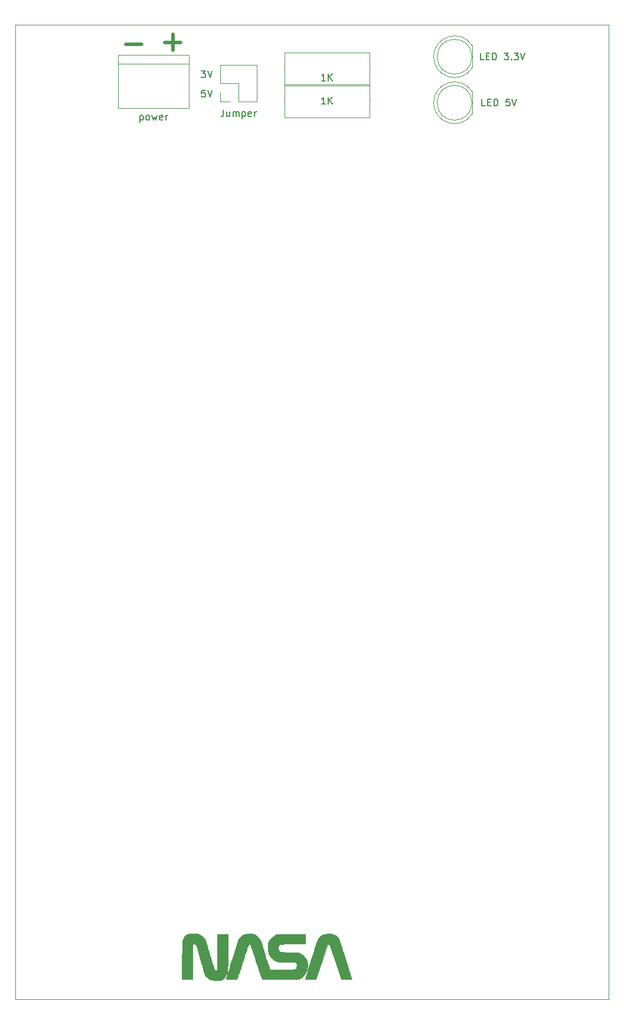
<source format=gbr>
G04 #@! TF.GenerationSoftware,KiCad,Pcbnew,(5.1.2)-2*
G04 #@! TF.CreationDate,2020-05-16T03:45:46+07:00*
G04 #@! TF.ProjectId,STM_SHIELD_V1,53544d5f-5348-4494-954c-445f56312e6b,rev?*
G04 #@! TF.SameCoordinates,Original*
G04 #@! TF.FileFunction,Legend,Top*
G04 #@! TF.FilePolarity,Positive*
%FSLAX46Y46*%
G04 Gerber Fmt 4.6, Leading zero omitted, Abs format (unit mm)*
G04 Created by KiCad (PCBNEW (5.1.2)-2) date 2020-05-16 03:45:46*
%MOMM*%
%LPD*%
G04 APERTURE LIST*
%ADD10C,0.120000*%
%ADD11C,0.150000*%
%ADD12C,0.500000*%
%ADD13C,0.010000*%
G04 APERTURE END LIST*
D10*
X42418000Y-12700000D02*
X127508000Y-12700000D01*
X42418000Y-152400000D02*
X42418000Y-12700000D01*
X127508000Y-152400000D02*
X42418000Y-152400000D01*
X127508000Y-12700000D02*
X127508000Y-152400000D01*
D11*
X69659523Y-22058380D02*
X69183333Y-22058380D01*
X69135714Y-22534571D01*
X69183333Y-22486952D01*
X69278571Y-22439333D01*
X69516666Y-22439333D01*
X69611904Y-22486952D01*
X69659523Y-22534571D01*
X69707142Y-22629809D01*
X69707142Y-22867904D01*
X69659523Y-22963142D01*
X69611904Y-23010761D01*
X69516666Y-23058380D01*
X69278571Y-23058380D01*
X69183333Y-23010761D01*
X69135714Y-22963142D01*
X69992857Y-22058380D02*
X70326190Y-23058380D01*
X70659523Y-22058380D01*
X69088095Y-19264380D02*
X69707142Y-19264380D01*
X69373809Y-19645333D01*
X69516666Y-19645333D01*
X69611904Y-19692952D01*
X69659523Y-19740571D01*
X69707142Y-19835809D01*
X69707142Y-20073904D01*
X69659523Y-20169142D01*
X69611904Y-20216761D01*
X69516666Y-20264380D01*
X69230952Y-20264380D01*
X69135714Y-20216761D01*
X69088095Y-20169142D01*
X69992857Y-19264380D02*
X70326190Y-20264380D01*
X70659523Y-19264380D01*
D12*
X58293142Y-15454285D02*
X60578857Y-15454285D01*
X63881142Y-15200285D02*
X66166857Y-15200285D01*
X65024000Y-16343142D02*
X65024000Y-14057428D01*
D13*
G36*
X87766746Y-143025509D02*
G01*
X88137202Y-143137805D01*
X88449991Y-143314871D01*
X88693135Y-143550594D01*
X88805279Y-143726684D01*
X88839863Y-143813000D01*
X88901368Y-143986853D01*
X88986684Y-144238719D01*
X89092700Y-144559074D01*
X89216307Y-144938396D01*
X89354393Y-145367159D01*
X89503849Y-145835842D01*
X89661565Y-146334919D01*
X89770089Y-146680871D01*
X89929185Y-147189377D01*
X90079537Y-147669624D01*
X90218355Y-148112713D01*
X90342844Y-148509748D01*
X90450214Y-148851831D01*
X90537673Y-149130065D01*
X90602426Y-149335553D01*
X90641684Y-149459396D01*
X90652608Y-149493051D01*
X90641421Y-149518794D01*
X90578017Y-149535920D01*
X90450245Y-149545289D01*
X90245954Y-149547761D01*
X89952993Y-149544196D01*
X89934592Y-149543851D01*
X89193336Y-149529800D01*
X88344203Y-147015200D01*
X87495069Y-144500600D01*
X87204514Y-144500600D01*
X85526386Y-149555200D01*
X84746395Y-149555200D01*
X84480058Y-149552874D01*
X84255738Y-149546457D01*
X84090136Y-149536788D01*
X83999952Y-149524707D01*
X83988673Y-149517100D01*
X84007380Y-149462903D01*
X84053373Y-149320319D01*
X84123931Y-149098027D01*
X84216331Y-148804706D01*
X84327851Y-148449036D01*
X84455769Y-148039696D01*
X84597363Y-147585365D01*
X84749910Y-147094724D01*
X84884917Y-146659600D01*
X85064750Y-146083084D01*
X85233340Y-145549729D01*
X85388243Y-145066907D01*
X85527015Y-144641994D01*
X85647213Y-144282362D01*
X85746392Y-143995386D01*
X85822108Y-143788441D01*
X85871917Y-143668899D01*
X85882625Y-143649309D01*
X86113955Y-143383816D01*
X86417644Y-143181770D01*
X86783080Y-143047978D01*
X87199651Y-142987251D01*
X87350600Y-142984098D01*
X87766746Y-143025509D01*
X87766746Y-143025509D01*
G37*
X87766746Y-143025509D02*
X88137202Y-143137805D01*
X88449991Y-143314871D01*
X88693135Y-143550594D01*
X88805279Y-143726684D01*
X88839863Y-143813000D01*
X88901368Y-143986853D01*
X88986684Y-144238719D01*
X89092700Y-144559074D01*
X89216307Y-144938396D01*
X89354393Y-145367159D01*
X89503849Y-145835842D01*
X89661565Y-146334919D01*
X89770089Y-146680871D01*
X89929185Y-147189377D01*
X90079537Y-147669624D01*
X90218355Y-148112713D01*
X90342844Y-148509748D01*
X90450214Y-148851831D01*
X90537673Y-149130065D01*
X90602426Y-149335553D01*
X90641684Y-149459396D01*
X90652608Y-149493051D01*
X90641421Y-149518794D01*
X90578017Y-149535920D01*
X90450245Y-149545289D01*
X90245954Y-149547761D01*
X89952993Y-149544196D01*
X89934592Y-149543851D01*
X89193336Y-149529800D01*
X88344203Y-147015200D01*
X87495069Y-144500600D01*
X87204514Y-144500600D01*
X85526386Y-149555200D01*
X84746395Y-149555200D01*
X84480058Y-149552874D01*
X84255738Y-149546457D01*
X84090136Y-149536788D01*
X83999952Y-149524707D01*
X83988673Y-149517100D01*
X84007380Y-149462903D01*
X84053373Y-149320319D01*
X84123931Y-149098027D01*
X84216331Y-148804706D01*
X84327851Y-148449036D01*
X84455769Y-148039696D01*
X84597363Y-147585365D01*
X84749910Y-147094724D01*
X84884917Y-146659600D01*
X85064750Y-146083084D01*
X85233340Y-145549729D01*
X85388243Y-145066907D01*
X85527015Y-144641994D01*
X85647213Y-144282362D01*
X85746392Y-143995386D01*
X85822108Y-143788441D01*
X85871917Y-143668899D01*
X85882625Y-143649309D01*
X86113955Y-143383816D01*
X86417644Y-143181770D01*
X86783080Y-143047978D01*
X87199651Y-142987251D01*
X87350600Y-142984098D01*
X87766746Y-143025509D01*
G36*
X76329026Y-142998075D02*
G01*
X76734234Y-143116597D01*
X77071751Y-143310512D01*
X77343473Y-143581187D01*
X77513074Y-143850610D01*
X77549520Y-143940546D01*
X77612147Y-144116021D01*
X77697140Y-144365503D01*
X77800686Y-144677459D01*
X77918970Y-145040357D01*
X78048176Y-145442665D01*
X78184492Y-145872850D01*
X78232152Y-146024600D01*
X78367958Y-146456553D01*
X78495784Y-146860351D01*
X78612155Y-147225214D01*
X78713593Y-147540366D01*
X78796622Y-147795027D01*
X78857767Y-147978421D01*
X78893549Y-148079769D01*
X78899864Y-148094700D01*
X78918863Y-148118693D01*
X78954692Y-148137960D01*
X79017597Y-148153013D01*
X79117824Y-148164365D01*
X79265618Y-148172530D01*
X79471226Y-148178021D01*
X79744892Y-148181351D01*
X80096862Y-148183033D01*
X80537381Y-148183580D01*
X80674710Y-148183600D01*
X81170254Y-148183215D01*
X81574444Y-148181009D01*
X81897524Y-148175405D01*
X82149738Y-148164825D01*
X82341331Y-148147691D01*
X82482548Y-148122426D01*
X82583634Y-148087451D01*
X82654833Y-148041189D01*
X82706390Y-147982063D01*
X82748550Y-147908494D01*
X82771749Y-147860660D01*
X82847274Y-147615679D01*
X82826298Y-147398840D01*
X82725899Y-147225405D01*
X82596998Y-147072215D01*
X81290799Y-147056407D01*
X80889867Y-147051124D01*
X80576546Y-147045357D01*
X80336849Y-147037918D01*
X80156791Y-147027617D01*
X80022384Y-147013263D01*
X79919643Y-146993668D01*
X79834580Y-146967641D01*
X79753209Y-146933994D01*
X79730600Y-146923697D01*
X79389267Y-146711647D01*
X79098389Y-146416781D01*
X78865902Y-146048560D01*
X78738331Y-145740987D01*
X78669546Y-145443199D01*
X78640426Y-145100048D01*
X78650018Y-144746628D01*
X78697365Y-144418036D01*
X78781514Y-144149366D01*
X78781658Y-144149046D01*
X78985544Y-143793892D01*
X79246456Y-143516584D01*
X79577443Y-143303378D01*
X79591023Y-143296629D01*
X79931389Y-143129000D01*
X81977294Y-143114135D01*
X84023200Y-143099270D01*
X84023200Y-144475200D01*
X82256503Y-144475200D01*
X81766132Y-144475357D01*
X81367025Y-144476845D01*
X81048845Y-144481191D01*
X80801256Y-144489919D01*
X80613922Y-144504556D01*
X80476506Y-144526626D01*
X80378672Y-144557655D01*
X80310084Y-144599169D01*
X80260405Y-144652692D01*
X80219299Y-144719752D01*
X80187509Y-144780561D01*
X80125697Y-144977683D01*
X80120896Y-145192063D01*
X80167247Y-145393518D01*
X80258891Y-145551864D01*
X80351021Y-145622891D01*
X80425317Y-145635627D01*
X80586275Y-145649049D01*
X80818971Y-145662393D01*
X81108476Y-145674893D01*
X81439865Y-145685786D01*
X81711800Y-145692547D01*
X82981800Y-145719800D01*
X83286600Y-145869337D01*
X83496296Y-145993794D01*
X83710629Y-146154436D01*
X83828830Y-146262451D01*
X84064559Y-146573873D01*
X84222439Y-146933076D01*
X84303517Y-147323829D01*
X84308845Y-147729903D01*
X84239471Y-148135067D01*
X84096446Y-148523091D01*
X83880819Y-148877744D01*
X83642778Y-149139432D01*
X83545416Y-149228198D01*
X83457296Y-149303342D01*
X83369394Y-149365996D01*
X83272685Y-149417297D01*
X83158146Y-149458377D01*
X83016751Y-149490372D01*
X82839478Y-149514415D01*
X82617301Y-149531640D01*
X82341196Y-149543183D01*
X82002140Y-149550176D01*
X81591108Y-149553756D01*
X81099076Y-149555055D01*
X80517019Y-149555208D01*
X80334917Y-149555200D01*
X77782334Y-149555200D01*
X77418949Y-148424900D01*
X77193546Y-147723781D01*
X76997096Y-147113041D01*
X76827399Y-146586351D01*
X76682258Y-146137385D01*
X76559474Y-145759814D01*
X76456849Y-145447310D01*
X76372183Y-145193545D01*
X76303278Y-144992191D01*
X76247937Y-144836921D01*
X76203960Y-144721406D01*
X76169149Y-144639319D01*
X76141305Y-144584332D01*
X76118230Y-144550116D01*
X76097725Y-144530345D01*
X76077592Y-144518689D01*
X76058906Y-144510335D01*
X75948854Y-144485065D01*
X75863330Y-144536097D01*
X75840306Y-144573671D01*
X75804739Y-144655073D01*
X75755007Y-144785210D01*
X75689489Y-144968984D01*
X75606561Y-145211302D01*
X75504602Y-145517066D01*
X75381990Y-145891183D01*
X75237102Y-146338557D01*
X75068316Y-146864093D01*
X74874010Y-147472694D01*
X74652561Y-148169267D01*
X74442691Y-148831300D01*
X74213447Y-149555200D01*
X73423288Y-149555200D01*
X73123588Y-149554296D01*
X72911607Y-149550564D01*
X72773471Y-149542469D01*
X72695306Y-149528479D01*
X72663239Y-149507060D01*
X72663397Y-149476680D01*
X72665275Y-149471431D01*
X72686033Y-149408189D01*
X72733923Y-149257103D01*
X72806068Y-149027394D01*
X72899590Y-148728283D01*
X73011613Y-148368993D01*
X73139259Y-147958746D01*
X73279652Y-147506764D01*
X73429913Y-147022269D01*
X73509203Y-146766331D01*
X73665086Y-146263737D01*
X73814055Y-145784911D01*
X73953023Y-145339677D01*
X74078900Y-144937863D01*
X74188598Y-144589297D01*
X74279028Y-144303804D01*
X74347103Y-144091212D01*
X74389734Y-143961348D01*
X74399963Y-143932061D01*
X74554685Y-143653691D01*
X74789077Y-143411117D01*
X75084845Y-143213198D01*
X75423697Y-143068790D01*
X75787339Y-142986749D01*
X76157478Y-142975934D01*
X76329026Y-142998075D01*
X76329026Y-142998075D01*
G37*
X76329026Y-142998075D02*
X76734234Y-143116597D01*
X77071751Y-143310512D01*
X77343473Y-143581187D01*
X77513074Y-143850610D01*
X77549520Y-143940546D01*
X77612147Y-144116021D01*
X77697140Y-144365503D01*
X77800686Y-144677459D01*
X77918970Y-145040357D01*
X78048176Y-145442665D01*
X78184492Y-145872850D01*
X78232152Y-146024600D01*
X78367958Y-146456553D01*
X78495784Y-146860351D01*
X78612155Y-147225214D01*
X78713593Y-147540366D01*
X78796622Y-147795027D01*
X78857767Y-147978421D01*
X78893549Y-148079769D01*
X78899864Y-148094700D01*
X78918863Y-148118693D01*
X78954692Y-148137960D01*
X79017597Y-148153013D01*
X79117824Y-148164365D01*
X79265618Y-148172530D01*
X79471226Y-148178021D01*
X79744892Y-148181351D01*
X80096862Y-148183033D01*
X80537381Y-148183580D01*
X80674710Y-148183600D01*
X81170254Y-148183215D01*
X81574444Y-148181009D01*
X81897524Y-148175405D01*
X82149738Y-148164825D01*
X82341331Y-148147691D01*
X82482548Y-148122426D01*
X82583634Y-148087451D01*
X82654833Y-148041189D01*
X82706390Y-147982063D01*
X82748550Y-147908494D01*
X82771749Y-147860660D01*
X82847274Y-147615679D01*
X82826298Y-147398840D01*
X82725899Y-147225405D01*
X82596998Y-147072215D01*
X81290799Y-147056407D01*
X80889867Y-147051124D01*
X80576546Y-147045357D01*
X80336849Y-147037918D01*
X80156791Y-147027617D01*
X80022384Y-147013263D01*
X79919643Y-146993668D01*
X79834580Y-146967641D01*
X79753209Y-146933994D01*
X79730600Y-146923697D01*
X79389267Y-146711647D01*
X79098389Y-146416781D01*
X78865902Y-146048560D01*
X78738331Y-145740987D01*
X78669546Y-145443199D01*
X78640426Y-145100048D01*
X78650018Y-144746628D01*
X78697365Y-144418036D01*
X78781514Y-144149366D01*
X78781658Y-144149046D01*
X78985544Y-143793892D01*
X79246456Y-143516584D01*
X79577443Y-143303378D01*
X79591023Y-143296629D01*
X79931389Y-143129000D01*
X81977294Y-143114135D01*
X84023200Y-143099270D01*
X84023200Y-144475200D01*
X82256503Y-144475200D01*
X81766132Y-144475357D01*
X81367025Y-144476845D01*
X81048845Y-144481191D01*
X80801256Y-144489919D01*
X80613922Y-144504556D01*
X80476506Y-144526626D01*
X80378672Y-144557655D01*
X80310084Y-144599169D01*
X80260405Y-144652692D01*
X80219299Y-144719752D01*
X80187509Y-144780561D01*
X80125697Y-144977683D01*
X80120896Y-145192063D01*
X80167247Y-145393518D01*
X80258891Y-145551864D01*
X80351021Y-145622891D01*
X80425317Y-145635627D01*
X80586275Y-145649049D01*
X80818971Y-145662393D01*
X81108476Y-145674893D01*
X81439865Y-145685786D01*
X81711800Y-145692547D01*
X82981800Y-145719800D01*
X83286600Y-145869337D01*
X83496296Y-145993794D01*
X83710629Y-146154436D01*
X83828830Y-146262451D01*
X84064559Y-146573873D01*
X84222439Y-146933076D01*
X84303517Y-147323829D01*
X84308845Y-147729903D01*
X84239471Y-148135067D01*
X84096446Y-148523091D01*
X83880819Y-148877744D01*
X83642778Y-149139432D01*
X83545416Y-149228198D01*
X83457296Y-149303342D01*
X83369394Y-149365996D01*
X83272685Y-149417297D01*
X83158146Y-149458377D01*
X83016751Y-149490372D01*
X82839478Y-149514415D01*
X82617301Y-149531640D01*
X82341196Y-149543183D01*
X82002140Y-149550176D01*
X81591108Y-149553756D01*
X81099076Y-149555055D01*
X80517019Y-149555208D01*
X80334917Y-149555200D01*
X77782334Y-149555200D01*
X77418949Y-148424900D01*
X77193546Y-147723781D01*
X76997096Y-147113041D01*
X76827399Y-146586351D01*
X76682258Y-146137385D01*
X76559474Y-145759814D01*
X76456849Y-145447310D01*
X76372183Y-145193545D01*
X76303278Y-144992191D01*
X76247937Y-144836921D01*
X76203960Y-144721406D01*
X76169149Y-144639319D01*
X76141305Y-144584332D01*
X76118230Y-144550116D01*
X76097725Y-144530345D01*
X76077592Y-144518689D01*
X76058906Y-144510335D01*
X75948854Y-144485065D01*
X75863330Y-144536097D01*
X75840306Y-144573671D01*
X75804739Y-144655073D01*
X75755007Y-144785210D01*
X75689489Y-144968984D01*
X75606561Y-145211302D01*
X75504602Y-145517066D01*
X75381990Y-145891183D01*
X75237102Y-146338557D01*
X75068316Y-146864093D01*
X74874010Y-147472694D01*
X74652561Y-148169267D01*
X74442691Y-148831300D01*
X74213447Y-149555200D01*
X73423288Y-149555200D01*
X73123588Y-149554296D01*
X72911607Y-149550564D01*
X72773471Y-149542469D01*
X72695306Y-149528479D01*
X72663239Y-149507060D01*
X72663397Y-149476680D01*
X72665275Y-149471431D01*
X72686033Y-149408189D01*
X72733923Y-149257103D01*
X72806068Y-149027394D01*
X72899590Y-148728283D01*
X73011613Y-148368993D01*
X73139259Y-147958746D01*
X73279652Y-147506764D01*
X73429913Y-147022269D01*
X73509203Y-146766331D01*
X73665086Y-146263737D01*
X73814055Y-145784911D01*
X73953023Y-145339677D01*
X74078900Y-144937863D01*
X74188598Y-144589297D01*
X74279028Y-144303804D01*
X74347103Y-144091212D01*
X74389734Y-143961348D01*
X74399963Y-143932061D01*
X74554685Y-143653691D01*
X74789077Y-143411117D01*
X75084845Y-143213198D01*
X75423697Y-143068790D01*
X75787339Y-142986749D01*
X76157478Y-142975934D01*
X76329026Y-142998075D01*
G36*
X68499563Y-143033628D02*
G01*
X68892220Y-143178624D01*
X69234761Y-143403061D01*
X69516645Y-143702760D01*
X69568289Y-143776589D01*
X69618404Y-143860836D01*
X69670349Y-143968230D01*
X69727330Y-144108493D01*
X69792549Y-144291345D01*
X69869211Y-144526507D01*
X69960520Y-144823700D01*
X70069680Y-145192645D01*
X70199894Y-145643064D01*
X70306559Y-146016508D01*
X70431453Y-146452310D01*
X70550555Y-146862216D01*
X70660439Y-147234841D01*
X70757675Y-147558798D01*
X70838835Y-147822700D01*
X70900488Y-148015160D01*
X70939207Y-148124793D01*
X70946137Y-148140414D01*
X71018997Y-148245738D01*
X71112979Y-148278556D01*
X71186358Y-148275505D01*
X71348600Y-148259800D01*
X71399400Y-143129000D01*
X72872600Y-143129000D01*
X72872600Y-145796000D01*
X72872361Y-146391214D01*
X72871459Y-146893842D01*
X72869614Y-147312896D01*
X72866547Y-147657391D01*
X72861979Y-147936340D01*
X72855630Y-148158754D01*
X72847221Y-148333648D01*
X72836473Y-148470034D01*
X72823106Y-148576926D01*
X72806840Y-148663337D01*
X72787397Y-148738280D01*
X72780723Y-148760458D01*
X72650652Y-149048844D01*
X72457630Y-149307292D01*
X72223966Y-149511131D01*
X71996303Y-149627867D01*
X71774226Y-149677053D01*
X71488285Y-149703207D01*
X71173495Y-149706658D01*
X70864870Y-149687735D01*
X70597422Y-149646769D01*
X70476488Y-149613565D01*
X70118013Y-149439494D01*
X69818155Y-149189654D01*
X69722436Y-149076376D01*
X69679411Y-149002123D01*
X69625225Y-148874897D01*
X69557681Y-148687843D01*
X69474582Y-148434107D01*
X69373731Y-148106832D01*
X69252930Y-147699165D01*
X69109984Y-147204249D01*
X69010623Y-146855343D01*
X68883813Y-146410575D01*
X68762937Y-145991203D01*
X68651324Y-145608451D01*
X68552304Y-145273538D01*
X68469207Y-144997687D01*
X68405364Y-144792119D01*
X68364103Y-144668054D01*
X68353711Y-144641633D01*
X68248807Y-144500109D01*
X68114704Y-144437756D01*
X67974987Y-144462102D01*
X67917553Y-144502452D01*
X67894835Y-144526199D01*
X67875862Y-144558528D01*
X67860298Y-144608138D01*
X67847804Y-144683728D01*
X67838045Y-144793996D01*
X67830683Y-144947642D01*
X67825383Y-145153363D01*
X67821806Y-145419860D01*
X67819617Y-145755830D01*
X67818478Y-146169972D01*
X67818053Y-146670985D01*
X67818000Y-147073873D01*
X67818000Y-149555200D01*
X66344800Y-149555200D01*
X66345402Y-146900900D01*
X66345852Y-146271908D01*
X66347386Y-145735785D01*
X66350750Y-145283800D01*
X66356685Y-144907222D01*
X66365934Y-144597319D01*
X66379241Y-144345362D01*
X66397348Y-144142618D01*
X66421000Y-143980358D01*
X66450937Y-143849849D01*
X66487904Y-143742362D01*
X66532644Y-143649166D01*
X66585899Y-143561529D01*
X66635786Y-143488627D01*
X66844402Y-143276657D01*
X67135066Y-143119142D01*
X67510204Y-143014857D01*
X67606054Y-142998671D01*
X68067328Y-142972251D01*
X68499563Y-143033628D01*
X68499563Y-143033628D01*
G37*
X68499563Y-143033628D02*
X68892220Y-143178624D01*
X69234761Y-143403061D01*
X69516645Y-143702760D01*
X69568289Y-143776589D01*
X69618404Y-143860836D01*
X69670349Y-143968230D01*
X69727330Y-144108493D01*
X69792549Y-144291345D01*
X69869211Y-144526507D01*
X69960520Y-144823700D01*
X70069680Y-145192645D01*
X70199894Y-145643064D01*
X70306559Y-146016508D01*
X70431453Y-146452310D01*
X70550555Y-146862216D01*
X70660439Y-147234841D01*
X70757675Y-147558798D01*
X70838835Y-147822700D01*
X70900488Y-148015160D01*
X70939207Y-148124793D01*
X70946137Y-148140414D01*
X71018997Y-148245738D01*
X71112979Y-148278556D01*
X71186358Y-148275505D01*
X71348600Y-148259800D01*
X71399400Y-143129000D01*
X72872600Y-143129000D01*
X72872600Y-145796000D01*
X72872361Y-146391214D01*
X72871459Y-146893842D01*
X72869614Y-147312896D01*
X72866547Y-147657391D01*
X72861979Y-147936340D01*
X72855630Y-148158754D01*
X72847221Y-148333648D01*
X72836473Y-148470034D01*
X72823106Y-148576926D01*
X72806840Y-148663337D01*
X72787397Y-148738280D01*
X72780723Y-148760458D01*
X72650652Y-149048844D01*
X72457630Y-149307292D01*
X72223966Y-149511131D01*
X71996303Y-149627867D01*
X71774226Y-149677053D01*
X71488285Y-149703207D01*
X71173495Y-149706658D01*
X70864870Y-149687735D01*
X70597422Y-149646769D01*
X70476488Y-149613565D01*
X70118013Y-149439494D01*
X69818155Y-149189654D01*
X69722436Y-149076376D01*
X69679411Y-149002123D01*
X69625225Y-148874897D01*
X69557681Y-148687843D01*
X69474582Y-148434107D01*
X69373731Y-148106832D01*
X69252930Y-147699165D01*
X69109984Y-147204249D01*
X69010623Y-146855343D01*
X68883813Y-146410575D01*
X68762937Y-145991203D01*
X68651324Y-145608451D01*
X68552304Y-145273538D01*
X68469207Y-144997687D01*
X68405364Y-144792119D01*
X68364103Y-144668054D01*
X68353711Y-144641633D01*
X68248807Y-144500109D01*
X68114704Y-144437756D01*
X67974987Y-144462102D01*
X67917553Y-144502452D01*
X67894835Y-144526199D01*
X67875862Y-144558528D01*
X67860298Y-144608138D01*
X67847804Y-144683728D01*
X67838045Y-144793996D01*
X67830683Y-144947642D01*
X67825383Y-145153363D01*
X67821806Y-145419860D01*
X67819617Y-145755830D01*
X67818478Y-146169972D01*
X67818053Y-146670985D01*
X67818000Y-147073873D01*
X67818000Y-149555200D01*
X66344800Y-149555200D01*
X66345402Y-146900900D01*
X66345852Y-146271908D01*
X66347386Y-145735785D01*
X66350750Y-145283800D01*
X66356685Y-144907222D01*
X66365934Y-144597319D01*
X66379241Y-144345362D01*
X66397348Y-144142618D01*
X66421000Y-143980358D01*
X66450937Y-143849849D01*
X66487904Y-143742362D01*
X66532644Y-143649166D01*
X66585899Y-143561529D01*
X66635786Y-143488627D01*
X66844402Y-143276657D01*
X67135066Y-143119142D01*
X67510204Y-143014857D01*
X67606054Y-142998671D01*
X68067328Y-142972251D01*
X68499563Y-143033628D01*
D10*
X107970000Y-18817000D02*
X107970000Y-15727000D01*
X107910000Y-17272000D02*
G75*
G03X107910000Y-17272000I-2500000J0D01*
G01*
X102420000Y-17271538D02*
G75*
G03X107970000Y-18816830I2990000J-462D01*
G01*
X102420000Y-17272462D02*
G75*
G02X107970000Y-15727170I2990000J462D01*
G01*
X102420000Y-23876462D02*
G75*
G02X107970000Y-22331170I2990000J462D01*
G01*
X102420000Y-23875538D02*
G75*
G03X107970000Y-25420830I2990000J-462D01*
G01*
X107910000Y-23876000D02*
G75*
G03X107910000Y-23876000I-2500000J0D01*
G01*
X107970000Y-25421000D02*
X107970000Y-22331000D01*
X57150000Y-18288000D02*
X67310000Y-18288000D01*
X57150000Y-17018000D02*
X57150000Y-24638000D01*
X57150000Y-24638000D02*
X67310000Y-24638000D01*
X67310000Y-24638000D02*
X67310000Y-17018000D01*
X67310000Y-17018000D02*
X57150000Y-17018000D01*
X77022000Y-23682000D02*
X74422000Y-23682000D01*
X77022000Y-23682000D02*
X77022000Y-18482000D01*
X77022000Y-18482000D02*
X71822000Y-18482000D01*
X71822000Y-21082000D02*
X71822000Y-18482000D01*
X74422000Y-21082000D02*
X71822000Y-21082000D01*
X74422000Y-23682000D02*
X74422000Y-21082000D01*
X71822000Y-23682000D02*
X71822000Y-22352000D01*
X73152000Y-23682000D02*
X71822000Y-23682000D01*
X81052000Y-16680000D02*
X81052000Y-21420000D01*
X81052000Y-21420000D02*
X93192000Y-21420000D01*
X93192000Y-21420000D02*
X93192000Y-16680000D01*
X93192000Y-16680000D02*
X81052000Y-16680000D01*
X80942000Y-19050000D02*
X81052000Y-19050000D01*
X93302000Y-19050000D02*
X93192000Y-19050000D01*
X93302000Y-23622000D02*
X93192000Y-23622000D01*
X80942000Y-23622000D02*
X81052000Y-23622000D01*
X93192000Y-21252000D02*
X81052000Y-21252000D01*
X93192000Y-25992000D02*
X93192000Y-21252000D01*
X81052000Y-25992000D02*
X93192000Y-25992000D01*
X81052000Y-21252000D02*
X81052000Y-25992000D01*
D11*
X109625142Y-17724380D02*
X109148952Y-17724380D01*
X109148952Y-16724380D01*
X109958476Y-17200571D02*
X110291809Y-17200571D01*
X110434666Y-17724380D02*
X109958476Y-17724380D01*
X109958476Y-16724380D01*
X110434666Y-16724380D01*
X110863238Y-17724380D02*
X110863238Y-16724380D01*
X111101333Y-16724380D01*
X111244190Y-16772000D01*
X111339428Y-16867238D01*
X111387047Y-16962476D01*
X111434666Y-17152952D01*
X111434666Y-17295809D01*
X111387047Y-17486285D01*
X111339428Y-17581523D01*
X111244190Y-17676761D01*
X111101333Y-17724380D01*
X110863238Y-17724380D01*
X112529904Y-16724380D02*
X113148952Y-16724380D01*
X112815619Y-17105333D01*
X112958476Y-17105333D01*
X113053714Y-17152952D01*
X113101333Y-17200571D01*
X113148952Y-17295809D01*
X113148952Y-17533904D01*
X113101333Y-17629142D01*
X113053714Y-17676761D01*
X112958476Y-17724380D01*
X112672761Y-17724380D01*
X112577523Y-17676761D01*
X112529904Y-17629142D01*
X113577523Y-17629142D02*
X113625142Y-17676761D01*
X113577523Y-17724380D01*
X113529904Y-17676761D01*
X113577523Y-17629142D01*
X113577523Y-17724380D01*
X113958476Y-16724380D02*
X114577523Y-16724380D01*
X114244190Y-17105333D01*
X114387047Y-17105333D01*
X114482285Y-17152952D01*
X114529904Y-17200571D01*
X114577523Y-17295809D01*
X114577523Y-17533904D01*
X114529904Y-17629142D01*
X114482285Y-17676761D01*
X114387047Y-17724380D01*
X114101333Y-17724380D01*
X114006095Y-17676761D01*
X113958476Y-17629142D01*
X114863238Y-16724380D02*
X115196571Y-17724380D01*
X115529904Y-16724380D01*
X109831428Y-24328380D02*
X109355238Y-24328380D01*
X109355238Y-23328380D01*
X110164761Y-23804571D02*
X110498095Y-23804571D01*
X110640952Y-24328380D02*
X110164761Y-24328380D01*
X110164761Y-23328380D01*
X110640952Y-23328380D01*
X111069523Y-24328380D02*
X111069523Y-23328380D01*
X111307619Y-23328380D01*
X111450476Y-23376000D01*
X111545714Y-23471238D01*
X111593333Y-23566476D01*
X111640952Y-23756952D01*
X111640952Y-23899809D01*
X111593333Y-24090285D01*
X111545714Y-24185523D01*
X111450476Y-24280761D01*
X111307619Y-24328380D01*
X111069523Y-24328380D01*
X113307619Y-23328380D02*
X112831428Y-23328380D01*
X112783809Y-23804571D01*
X112831428Y-23756952D01*
X112926666Y-23709333D01*
X113164761Y-23709333D01*
X113260000Y-23756952D01*
X113307619Y-23804571D01*
X113355238Y-23899809D01*
X113355238Y-24137904D01*
X113307619Y-24233142D01*
X113260000Y-24280761D01*
X113164761Y-24328380D01*
X112926666Y-24328380D01*
X112831428Y-24280761D01*
X112783809Y-24233142D01*
X113640952Y-23328380D02*
X113974285Y-24328380D01*
X114307619Y-23328380D01*
X60301428Y-25693714D02*
X60301428Y-26693714D01*
X60301428Y-25741333D02*
X60396666Y-25693714D01*
X60587142Y-25693714D01*
X60682380Y-25741333D01*
X60730000Y-25788952D01*
X60777619Y-25884190D01*
X60777619Y-26169904D01*
X60730000Y-26265142D01*
X60682380Y-26312761D01*
X60587142Y-26360380D01*
X60396666Y-26360380D01*
X60301428Y-26312761D01*
X61349047Y-26360380D02*
X61253809Y-26312761D01*
X61206190Y-26265142D01*
X61158571Y-26169904D01*
X61158571Y-25884190D01*
X61206190Y-25788952D01*
X61253809Y-25741333D01*
X61349047Y-25693714D01*
X61491904Y-25693714D01*
X61587142Y-25741333D01*
X61634761Y-25788952D01*
X61682380Y-25884190D01*
X61682380Y-26169904D01*
X61634761Y-26265142D01*
X61587142Y-26312761D01*
X61491904Y-26360380D01*
X61349047Y-26360380D01*
X62015714Y-25693714D02*
X62206190Y-26360380D01*
X62396666Y-25884190D01*
X62587142Y-26360380D01*
X62777619Y-25693714D01*
X63539523Y-26312761D02*
X63444285Y-26360380D01*
X63253809Y-26360380D01*
X63158571Y-26312761D01*
X63110952Y-26217523D01*
X63110952Y-25836571D01*
X63158571Y-25741333D01*
X63253809Y-25693714D01*
X63444285Y-25693714D01*
X63539523Y-25741333D01*
X63587142Y-25836571D01*
X63587142Y-25931809D01*
X63110952Y-26027047D01*
X64015714Y-26360380D02*
X64015714Y-25693714D01*
X64015714Y-25884190D02*
X64063333Y-25788952D01*
X64110952Y-25741333D01*
X64206190Y-25693714D01*
X64301428Y-25693714D01*
X72255333Y-24852380D02*
X72255333Y-25566666D01*
X72207714Y-25709523D01*
X72112476Y-25804761D01*
X71969619Y-25852380D01*
X71874380Y-25852380D01*
X73160095Y-25185714D02*
X73160095Y-25852380D01*
X72731523Y-25185714D02*
X72731523Y-25709523D01*
X72779142Y-25804761D01*
X72874380Y-25852380D01*
X73017238Y-25852380D01*
X73112476Y-25804761D01*
X73160095Y-25757142D01*
X73636285Y-25852380D02*
X73636285Y-25185714D01*
X73636285Y-25280952D02*
X73683904Y-25233333D01*
X73779142Y-25185714D01*
X73922000Y-25185714D01*
X74017238Y-25233333D01*
X74064857Y-25328571D01*
X74064857Y-25852380D01*
X74064857Y-25328571D02*
X74112476Y-25233333D01*
X74207714Y-25185714D01*
X74350571Y-25185714D01*
X74445809Y-25233333D01*
X74493428Y-25328571D01*
X74493428Y-25852380D01*
X74969619Y-25185714D02*
X74969619Y-26185714D01*
X74969619Y-25233333D02*
X75064857Y-25185714D01*
X75255333Y-25185714D01*
X75350571Y-25233333D01*
X75398190Y-25280952D01*
X75445809Y-25376190D01*
X75445809Y-25661904D01*
X75398190Y-25757142D01*
X75350571Y-25804761D01*
X75255333Y-25852380D01*
X75064857Y-25852380D01*
X74969619Y-25804761D01*
X76255333Y-25804761D02*
X76160095Y-25852380D01*
X75969619Y-25852380D01*
X75874380Y-25804761D01*
X75826761Y-25709523D01*
X75826761Y-25328571D01*
X75874380Y-25233333D01*
X75969619Y-25185714D01*
X76160095Y-25185714D01*
X76255333Y-25233333D01*
X76302952Y-25328571D01*
X76302952Y-25423809D01*
X75826761Y-25519047D01*
X76731523Y-25852380D02*
X76731523Y-25185714D01*
X76731523Y-25376190D02*
X76779142Y-25280952D01*
X76826761Y-25233333D01*
X76922000Y-25185714D01*
X77017238Y-25185714D01*
X86907714Y-24074380D02*
X86336285Y-24074380D01*
X86622000Y-24074380D02*
X86622000Y-23074380D01*
X86526761Y-23217238D01*
X86431523Y-23312476D01*
X86336285Y-23360095D01*
X87336285Y-24074380D02*
X87336285Y-23074380D01*
X87907714Y-24074380D02*
X87479142Y-23502952D01*
X87907714Y-23074380D02*
X87336285Y-23645809D01*
X86907714Y-20704380D02*
X86336285Y-20704380D01*
X86622000Y-20704380D02*
X86622000Y-19704380D01*
X86526761Y-19847238D01*
X86431523Y-19942476D01*
X86336285Y-19990095D01*
X87336285Y-20704380D02*
X87336285Y-19704380D01*
X87907714Y-20704380D02*
X87479142Y-20132952D01*
X87907714Y-19704380D02*
X87336285Y-20275809D01*
M02*

</source>
